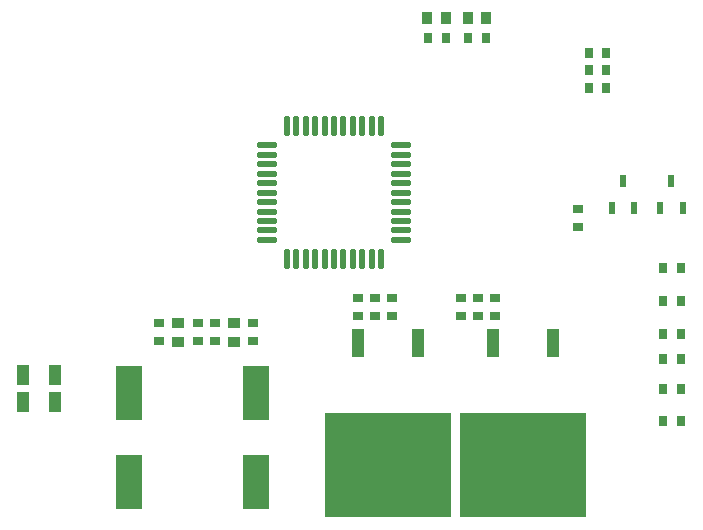
<source format=gtp>
%FSDAX24Y24*%
%MOIN*%
%SFA1B1*%

%IPPOS*%
%ADD10R,0.027600X0.035400*%
%ADD11R,0.043300X0.066900*%
%ADD12R,0.035400X0.027600*%
%ADD13R,0.090600X0.179100*%
%ADD14R,0.023600X0.039400*%
%ADD15R,0.041300X0.094500*%
%ADD16R,0.419300X0.350400*%
%ADD17R,0.039400X0.037400*%
%ADD18R,0.037400X0.039400*%
%ADD19O,0.021700X0.068900*%
%ADD20O,0.068900X0.021700*%
%LN7april_pcb-1*%
%LPD*%
G54D10*
X021721Y002350D03*
X021131D03*
X021721Y003400D03*
X021131D03*
X021721Y004400D03*
X021131D03*
X021721Y005250D03*
X021131D03*
X021721Y006350D03*
X021131D03*
X021721Y007450D03*
X021131D03*
X019227Y014600D03*
X018636D03*
X013872Y015118D03*
X013281D03*
X015212D03*
X014622D03*
X018636Y014027D03*
X019227D03*
Y013455D03*
X018636D03*
G54D11*
X-000210Y002983D03*
X000853D03*
X-000210Y003871D03*
X000853D03*
G54D12*
X014379Y006432D03*
Y005842D03*
X014952Y006432D03*
Y005842D03*
X015524Y006432D03*
Y005842D03*
X011523Y006432D03*
Y005842D03*
X012095Y006432D03*
Y005842D03*
X010950Y006432D03*
Y005842D03*
X006176Y005595D03*
Y005005D03*
X005603D03*
Y005595D03*
X004320D03*
Y005005D03*
X018276Y008809D03*
Y009400D03*
X007458Y005005D03*
Y005595D03*
G54D13*
X003305Y000318D03*
Y003271D03*
X007559Y000318D03*
Y003271D03*
G54D14*
X019415Y009435D03*
X020163D03*
X019789Y010340D03*
X021021Y009435D03*
X021769D03*
X021395Y010340D03*
G54D15*
X017450Y004954D03*
X015450D03*
X012940D03*
X010940D03*
G54D16*
X016450Y000879D03*
X011940D03*
G54D17*
X004962Y004985D03*
Y005615D03*
X006817Y004985D03*
Y005615D03*
G54D18*
X013892Y015759D03*
X013262D03*
X015232D03*
X014602D03*
G54D19*
X011725Y012174D03*
X011410D03*
X011095D03*
X010780D03*
X010465D03*
X010150D03*
X009835D03*
X009520D03*
X009205D03*
X008890D03*
X008575D03*
Y007726D03*
X008890D03*
X009205D03*
X009520D03*
X009835D03*
X010150D03*
X010465D03*
X010780D03*
X011095D03*
X011410D03*
X011725D03*
G54D20*
X007926Y011525D03*
Y011210D03*
Y010895D03*
Y010580D03*
Y010265D03*
Y009950D03*
Y009635D03*
Y009320D03*
Y009005D03*
Y008690D03*
Y008375D03*
X012374D03*
Y008690D03*
Y009005D03*
Y009320D03*
Y009635D03*
Y009950D03*
Y010265D03*
Y010580D03*
Y010895D03*
Y011210D03*
Y011525D03*
M02*
</source>
